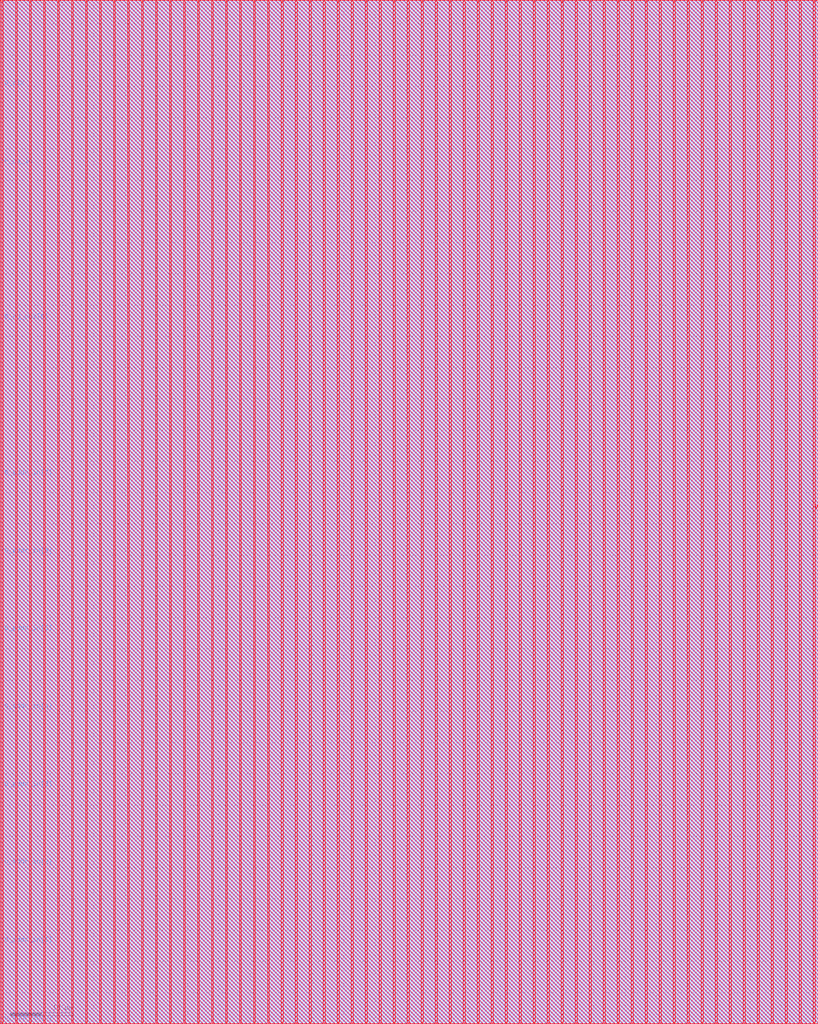
<source format=lef>
# Generated by FakeRAM 2.0
VERSION 5.7 ;
BUSBITCHARS "[]" ;
PROPERTYDEFINITIONS
  MACRO width INTEGER ;
  MACRO depth INTEGER ;
  MACRO banks INTEGER ;
END PROPERTYDEFINITIONS
MACRO fakeram_1x256_1r1w
  PROPERTY width 1 ;
  PROPERTY depth 256 ;
  PROPERTY banks 1 ;
  FOREIGN fakeram_1x256_1r1w 0 0 ;
  SYMMETRY X Y R90 ;
  SIZE 130.910 BY 163.800 ;
  CLASS BLOCK ;
  PIN r0_addr_in[0]
    DIRECTION INPUT ;
    USE SIGNAL ;
    SHAPE ABUTMENT ;
    PORT
      LAYER metal3 ;
      RECT 0.000 0.140 0.070 0.210 ;
    END
  END r0_addr_in[0]
  PIN r0_addr_in[1]
    DIRECTION INPUT ;
    USE SIGNAL ;
    SHAPE ABUTMENT ;
    PORT
      LAYER metal3 ;
      RECT 0.000 12.600 0.070 12.670 ;
    END
  END r0_addr_in[1]
  PIN r0_addr_in[2]
    DIRECTION INPUT ;
    USE SIGNAL ;
    SHAPE ABUTMENT ;
    PORT
      LAYER metal3 ;
      RECT 0.000 25.060 0.070 25.130 ;
    END
  END r0_addr_in[2]
  PIN r0_addr_in[3]
    DIRECTION INPUT ;
    USE SIGNAL ;
    SHAPE ABUTMENT ;
    PORT
      LAYER metal3 ;
      RECT 0.000 37.520 0.070 37.590 ;
    END
  END r0_addr_in[3]
  PIN r0_addr_in[4]
    DIRECTION INPUT ;
    USE SIGNAL ;
    SHAPE ABUTMENT ;
    PORT
      LAYER metal3 ;
      RECT 0.000 49.980 0.070 50.050 ;
    END
  END r0_addr_in[4]
  PIN r0_addr_in[5]
    DIRECTION INPUT ;
    USE SIGNAL ;
    SHAPE ABUTMENT ;
    PORT
      LAYER metal3 ;
      RECT 0.000 62.440 0.070 62.510 ;
    END
  END r0_addr_in[5]
  PIN r0_addr_in[6]
    DIRECTION INPUT ;
    USE SIGNAL ;
    SHAPE ABUTMENT ;
    PORT
      LAYER metal3 ;
      RECT 0.000 74.900 0.070 74.970 ;
    END
  END r0_addr_in[6]
  PIN r0_addr_in[7]
    DIRECTION INPUT ;
    USE SIGNAL ;
    SHAPE ABUTMENT ;
    PORT
      LAYER metal3 ;
      RECT 0.000 87.360 0.070 87.430 ;
    END
  END r0_addr_in[7]
  PIN r0_rd_out[0]
    DIRECTION OUTPUT ;
    USE SIGNAL ;
    SHAPE ABUTMENT ;
    PORT
      LAYER metal3 ;
      RECT 0.000 112.280 0.070 112.350 ;
    END
  END r0_rd_out[0]
  PIN r0_ce_in
    DIRECTION INPUT ;
    USE SIGNAL ;
    SHAPE ABUTMENT ;
    PORT
      LAYER metal3 ;
      RECT 0.000 137.200 0.070 137.270 ;
    END
  END r0_ce_in
  PIN r0_clk
    DIRECTION INPUT ;
    USE SIGNAL ;
    SHAPE ABUTMENT ;
    PORT
      LAYER metal3 ;
      RECT 0.000 149.660 0.070 149.730 ;
    END
  END r0_clk
  PIN w0_addr_in[0]
    DIRECTION INPUT ;
    USE SIGNAL ;
    SHAPE ABUTMENT ;
    PORT
      LAYER metal3 ;
      RECT 130.840 0.140 130.910 0.210 ;
    END
  END w0_addr_in[0]
  PIN w0_addr_in[1]
    DIRECTION INPUT ;
    USE SIGNAL ;
    SHAPE ABUTMENT ;
    PORT
      LAYER metal3 ;
      RECT 130.840 12.600 130.910 12.670 ;
    END
  END w0_addr_in[1]
  PIN w0_addr_in[2]
    DIRECTION INPUT ;
    USE SIGNAL ;
    SHAPE ABUTMENT ;
    PORT
      LAYER metal3 ;
      RECT 130.840 25.060 130.910 25.130 ;
    END
  END w0_addr_in[2]
  PIN w0_addr_in[3]
    DIRECTION INPUT ;
    USE SIGNAL ;
    SHAPE ABUTMENT ;
    PORT
      LAYER metal3 ;
      RECT 130.840 37.520 130.910 37.590 ;
    END
  END w0_addr_in[3]
  PIN w0_addr_in[4]
    DIRECTION INPUT ;
    USE SIGNAL ;
    SHAPE ABUTMENT ;
    PORT
      LAYER metal3 ;
      RECT 130.840 49.980 130.910 50.050 ;
    END
  END w0_addr_in[4]
  PIN w0_addr_in[5]
    DIRECTION INPUT ;
    USE SIGNAL ;
    SHAPE ABUTMENT ;
    PORT
      LAYER metal3 ;
      RECT 130.840 62.440 130.910 62.510 ;
    END
  END w0_addr_in[5]
  PIN w0_addr_in[6]
    DIRECTION INPUT ;
    USE SIGNAL ;
    SHAPE ABUTMENT ;
    PORT
      LAYER metal3 ;
      RECT 130.840 74.900 130.910 74.970 ;
    END
  END w0_addr_in[6]
  PIN w0_addr_in[7]
    DIRECTION INPUT ;
    USE SIGNAL ;
    SHAPE ABUTMENT ;
    PORT
      LAYER metal3 ;
      RECT 130.840 87.360 130.910 87.430 ;
    END
  END w0_addr_in[7]
  PIN w0_wd_in[0]
    DIRECTION INPUT ;
    USE SIGNAL ;
    SHAPE ABUTMENT ;
    PORT
      LAYER metal3 ;
      RECT 130.840 112.280 130.910 112.350 ;
    END
  END w0_wd_in[0]
  PIN w0_we_in
    DIRECTION INPUT ;
    USE SIGNAL ;
    SHAPE ABUTMENT ;
    PORT
      LAYER metal3 ;
      RECT 130.840 137.200 130.910 137.270 ;
    END
  END w0_we_in
  PIN w0_ce_in
    DIRECTION INPUT ;
    USE SIGNAL ;
    SHAPE ABUTMENT ;
    PORT
      LAYER metal3 ;
      RECT 130.840 149.660 130.910 149.730 ;
    END
  END w0_ce_in
  PIN w0_clk
    DIRECTION INPUT ;
    USE SIGNAL ;
    SHAPE ABUTMENT ;
    PORT
      LAYER metal3 ;
      RECT 130.840 162.120 130.910 162.190 ;
    END
  END w0_clk
  PIN VSS
    DIRECTION INOUT ;
    USE GROUND ;
    PORT
      LAYER metal4 ;
      RECT 0.210 0.140 0.490 163.660 ;
      RECT 2.450 0.140 2.730 163.660 ;
      RECT 4.690 0.140 4.970 163.660 ;
      RECT 6.930 0.140 7.210 163.660 ;
      RECT 9.170 0.140 9.450 163.660 ;
      RECT 11.410 0.140 11.690 163.660 ;
      RECT 13.650 0.140 13.930 163.660 ;
      RECT 15.890 0.140 16.170 163.660 ;
      RECT 18.130 0.140 18.410 163.660 ;
      RECT 20.370 0.140 20.650 163.660 ;
      RECT 22.610 0.140 22.890 163.660 ;
      RECT 24.850 0.140 25.130 163.660 ;
      RECT 27.090 0.140 27.370 163.660 ;
      RECT 29.330 0.140 29.610 163.660 ;
      RECT 31.570 0.140 31.850 163.660 ;
      RECT 33.810 0.140 34.090 163.660 ;
      RECT 36.050 0.140 36.330 163.660 ;
      RECT 38.290 0.140 38.570 163.660 ;
      RECT 40.530 0.140 40.810 163.660 ;
      RECT 42.770 0.140 43.050 163.660 ;
      RECT 45.010 0.140 45.290 163.660 ;
      RECT 47.250 0.140 47.530 163.660 ;
      RECT 49.490 0.140 49.770 163.660 ;
      RECT 51.730 0.140 52.010 163.660 ;
      RECT 53.970 0.140 54.250 163.660 ;
      RECT 56.210 0.140 56.490 163.660 ;
      RECT 58.450 0.140 58.730 163.660 ;
      RECT 60.690 0.140 60.970 163.660 ;
      RECT 62.930 0.140 63.210 163.660 ;
      RECT 65.170 0.140 65.450 163.660 ;
      RECT 67.410 0.140 67.690 163.660 ;
      RECT 69.650 0.140 69.930 163.660 ;
      RECT 71.890 0.140 72.170 163.660 ;
      RECT 74.130 0.140 74.410 163.660 ;
      RECT 76.370 0.140 76.650 163.660 ;
      RECT 78.610 0.140 78.890 163.660 ;
      RECT 80.850 0.140 81.130 163.660 ;
      RECT 83.090 0.140 83.370 163.660 ;
      RECT 85.330 0.140 85.610 163.660 ;
      RECT 87.570 0.140 87.850 163.660 ;
      RECT 89.810 0.140 90.090 163.660 ;
      RECT 92.050 0.140 92.330 163.660 ;
      RECT 94.290 0.140 94.570 163.660 ;
      RECT 96.530 0.140 96.810 163.660 ;
      RECT 98.770 0.140 99.050 163.660 ;
      RECT 101.010 0.140 101.290 163.660 ;
      RECT 103.250 0.140 103.530 163.660 ;
      RECT 105.490 0.140 105.770 163.660 ;
      RECT 107.730 0.140 108.010 163.660 ;
      RECT 109.970 0.140 110.250 163.660 ;
      RECT 112.210 0.140 112.490 163.660 ;
      RECT 114.450 0.140 114.730 163.660 ;
      RECT 116.690 0.140 116.970 163.660 ;
      RECT 118.930 0.140 119.210 163.660 ;
      RECT 121.170 0.140 121.450 163.660 ;
      RECT 123.410 0.140 123.690 163.660 ;
      RECT 125.650 0.140 125.930 163.660 ;
      RECT 127.890 0.140 128.170 163.660 ;
      RECT 130.130 0.140 130.410 163.660 ;
    END
  END VSS
  PIN VDD
    DIRECTION INOUT ;
    USE POWER ;
    PORT
      LAYER metal4 ;
      RECT 0.210 0.140 0.490 163.660 ;
      RECT 2.450 0.140 2.730 163.660 ;
      RECT 4.690 0.140 4.970 163.660 ;
      RECT 6.930 0.140 7.210 163.660 ;
      RECT 9.170 0.140 9.450 163.660 ;
      RECT 11.410 0.140 11.690 163.660 ;
      RECT 13.650 0.140 13.930 163.660 ;
      RECT 15.890 0.140 16.170 163.660 ;
      RECT 18.130 0.140 18.410 163.660 ;
      RECT 20.370 0.140 20.650 163.660 ;
      RECT 22.610 0.140 22.890 163.660 ;
      RECT 24.850 0.140 25.130 163.660 ;
      RECT 27.090 0.140 27.370 163.660 ;
      RECT 29.330 0.140 29.610 163.660 ;
      RECT 31.570 0.140 31.850 163.660 ;
      RECT 33.810 0.140 34.090 163.660 ;
      RECT 36.050 0.140 36.330 163.660 ;
      RECT 38.290 0.140 38.570 163.660 ;
      RECT 40.530 0.140 40.810 163.660 ;
      RECT 42.770 0.140 43.050 163.660 ;
      RECT 45.010 0.140 45.290 163.660 ;
      RECT 47.250 0.140 47.530 163.660 ;
      RECT 49.490 0.140 49.770 163.660 ;
      RECT 51.730 0.140 52.010 163.660 ;
      RECT 53.970 0.140 54.250 163.660 ;
      RECT 56.210 0.140 56.490 163.660 ;
      RECT 58.450 0.140 58.730 163.660 ;
      RECT 60.690 0.140 60.970 163.660 ;
      RECT 62.930 0.140 63.210 163.660 ;
      RECT 65.170 0.140 65.450 163.660 ;
      RECT 67.410 0.140 67.690 163.660 ;
      RECT 69.650 0.140 69.930 163.660 ;
      RECT 71.890 0.140 72.170 163.660 ;
      RECT 74.130 0.140 74.410 163.660 ;
      RECT 76.370 0.140 76.650 163.660 ;
      RECT 78.610 0.140 78.890 163.660 ;
      RECT 80.850 0.140 81.130 163.660 ;
      RECT 83.090 0.140 83.370 163.660 ;
      RECT 85.330 0.140 85.610 163.660 ;
      RECT 87.570 0.140 87.850 163.660 ;
      RECT 89.810 0.140 90.090 163.660 ;
      RECT 92.050 0.140 92.330 163.660 ;
      RECT 94.290 0.140 94.570 163.660 ;
      RECT 96.530 0.140 96.810 163.660 ;
      RECT 98.770 0.140 99.050 163.660 ;
      RECT 101.010 0.140 101.290 163.660 ;
      RECT 103.250 0.140 103.530 163.660 ;
      RECT 105.490 0.140 105.770 163.660 ;
      RECT 107.730 0.140 108.010 163.660 ;
      RECT 109.970 0.140 110.250 163.660 ;
      RECT 112.210 0.140 112.490 163.660 ;
      RECT 114.450 0.140 114.730 163.660 ;
      RECT 116.690 0.140 116.970 163.660 ;
      RECT 118.930 0.140 119.210 163.660 ;
      RECT 121.170 0.140 121.450 163.660 ;
      RECT 123.410 0.140 123.690 163.660 ;
      RECT 125.650 0.140 125.930 163.660 ;
      RECT 127.890 0.140 128.170 163.660 ;
      RECT 130.130 0.140 130.410 163.660 ;
    END
  END VDD
  OBS
    LAYER metal1 ;
    RECT 0 0 130.910 163.800 ;
    LAYER metal2 ;
    RECT 0 0 130.910 163.800 ;
    LAYER metal3 ;
    RECT 0 0 130.910 163.800 ;
    LAYER metal4 ;
    RECT 0 0 130.910 163.800 ;
    LAYER OVERLAP ;
    RECT 0 0 130.910 163.800 ;
  END
END fakeram_1x256_1r1w

END LIBRARY

</source>
